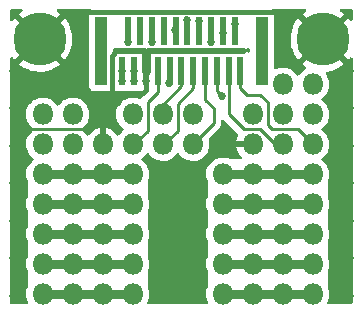
<source format=gbr>
%TF.GenerationSoftware,KiCad,Pcbnew,(6.0.0-0)*%
%TF.CreationDate,2023-03-06T17:41:45-05:00*%
%TF.ProjectId,module_dev1,6d6f6475-6c65-45f6-9465-76312e6b6963,rev?*%
%TF.SameCoordinates,Original*%
%TF.FileFunction,Copper,L2,Bot*%
%TF.FilePolarity,Positive*%
%FSLAX46Y46*%
G04 Gerber Fmt 4.6, Leading zero omitted, Abs format (unit mm)*
G04 Created by KiCad (PCBNEW (6.0.0-0)) date 2023-03-06 17:41:45*
%MOMM*%
%LPD*%
G01*
G04 APERTURE LIST*
%TA.AperFunction,ComponentPad*%
%ADD10C,4.500000*%
%TD*%
%TA.AperFunction,ComponentPad*%
%ADD11O,1.800000X1.800000*%
%TD*%
%TA.AperFunction,SMDPad,CuDef*%
%ADD12R,1.000000X5.850000*%
%TD*%
%TA.AperFunction,SMDPad,CuDef*%
%ADD13R,0.610000X2.410000*%
%TD*%
%TA.AperFunction,ViaPad*%
%ADD14C,0.685800*%
%TD*%
%TA.AperFunction,Conductor*%
%ADD15C,0.381000*%
%TD*%
%TA.AperFunction,Conductor*%
%ADD16C,0.508000*%
%TD*%
%TA.AperFunction,Conductor*%
%ADD17C,0.762000*%
%TD*%
%TA.AperFunction,Conductor*%
%ADD18C,0.254000*%
%TD*%
%TA.AperFunction,Conductor*%
%ADD19C,0.406400*%
%TD*%
%TA.AperFunction,Conductor*%
%ADD20C,0.127000*%
%TD*%
G04 APERTURE END LIST*
D10*
%TO.P,H1,1,1*%
%TO.N,GND*%
X95000000Y-64000000D03*
%TD*%
%TO.P,H2,1,1*%
%TO.N,GND*%
X119000000Y-64000000D03*
%TD*%
D11*
%TO.P,J11,1,Pin_1*%
%TO.N,Net-(J11-Pad1)*%
X110490000Y-75438000D03*
%TO.P,J11,2,Pin_2*%
X113030000Y-75438000D03*
%TO.P,J11,3,Pin_3*%
X115570000Y-75438000D03*
%TO.P,J11,4,Pin_4*%
X118110000Y-75438000D03*
%TD*%
%TO.P,J10,1,Pin_1*%
%TO.N,Net-(J10-Pad1)*%
X110490000Y-77978000D03*
%TO.P,J10,2,Pin_2*%
X113030000Y-77978000D03*
%TO.P,J10,3,Pin_3*%
X115570000Y-77978000D03*
%TO.P,J10,4,Pin_4*%
X118110000Y-77978000D03*
%TD*%
%TO.P,J9,1,Pin_1*%
%TO.N,Net-(J9-Pad1)*%
X110490000Y-80518000D03*
%TO.P,J9,2,Pin_2*%
X113030000Y-80518000D03*
%TO.P,J9,3,Pin_3*%
X115570000Y-80518000D03*
%TO.P,J9,4,Pin_4*%
X118110000Y-80518000D03*
%TD*%
%TO.P,J8,1,Pin_1*%
%TO.N,Net-(J8-Pad1)*%
X110490000Y-83058000D03*
%TO.P,J8,2,Pin_2*%
X113030000Y-83058000D03*
%TO.P,J8,3,Pin_3*%
X115570000Y-83058000D03*
%TO.P,J8,4,Pin_4*%
X118110000Y-83058000D03*
%TD*%
%TO.P,J7,1,Pin_1*%
%TO.N,Net-(J7-Pad1)*%
X110490000Y-85598000D03*
%TO.P,J7,2,Pin_2*%
X113030000Y-85598000D03*
%TO.P,J7,3,Pin_3*%
X115570000Y-85598000D03*
%TO.P,J7,4,Pin_4*%
X118110000Y-85598000D03*
%TD*%
%TO.P,J4,1,Pin_1*%
%TO.N,Net-(J4-Pad1)*%
X95250000Y-80518000D03*
%TO.P,J4,2,Pin_2*%
X97790000Y-80518000D03*
%TO.P,J4,3,Pin_3*%
X100330000Y-80518000D03*
%TO.P,J4,4,Pin_4*%
X102870000Y-80518000D03*
%TD*%
%TO.P,J3,1,Pin_1*%
%TO.N,Net-(J3-Pad1)*%
X95250000Y-83058000D03*
%TO.P,J3,2,Pin_2*%
X97790000Y-83058000D03*
%TO.P,J3,3,Pin_3*%
X100330000Y-83058000D03*
%TO.P,J3,4,Pin_4*%
X102870000Y-83058000D03*
%TD*%
%TO.P,J2,1,Pin_1*%
%TO.N,Net-(J2-Pad1)*%
X95250000Y-85598000D03*
%TO.P,J2,2,Pin_2*%
X97790000Y-85598000D03*
%TO.P,J2,3,Pin_3*%
X100330000Y-85598000D03*
%TO.P,J2,4,Pin_4*%
X102870000Y-85598000D03*
%TD*%
%TO.P,J5,1,Pin_1*%
%TO.N,Net-(J5-Pad1)*%
X95250000Y-77978000D03*
%TO.P,J5,2,Pin_2*%
X97790000Y-77978000D03*
%TO.P,J5,3,Pin_3*%
X100330000Y-77978000D03*
%TO.P,J5,4,Pin_4*%
X102870000Y-77978000D03*
%TD*%
%TO.P,J6,1,Pin_1*%
%TO.N,Net-(J6-Pad1)*%
X95250000Y-75438000D03*
%TO.P,J6,2,Pin_2*%
X97790000Y-75438000D03*
%TO.P,J6,3,Pin_3*%
X100330000Y-75438000D03*
%TO.P,J6,4,Pin_4*%
X102870000Y-75438000D03*
%TD*%
%TO.P,J24,1,Pin_1*%
%TO.N,/12V*%
X97790000Y-72898000D03*
%TD*%
%TO.P,J25,1,Pin_1*%
%TO.N,GND*%
X100330000Y-72898000D03*
%TD*%
%TO.P,J27,1,Pin_1*%
%TO.N,/A1*%
X95250000Y-70358000D03*
%TD*%
%TO.P,J28,1,Pin_1*%
%TO.N,/~{RST}*%
X102870000Y-70358000D03*
%TD*%
%TO.P,J29,1,Pin_1*%
%TO.N,/5V*%
X97790000Y-70358000D03*
%TD*%
%TO.P,J32,1,Pin_1*%
%TO.N,/EN*%
X102870000Y-72898000D03*
%TD*%
%TO.P,J13,1,Pin_1*%
%TO.N,/SDA*%
X115570000Y-72898000D03*
%TD*%
%TO.P,J14,1,Pin_1*%
%TO.N,/3V3*%
X113030000Y-70358000D03*
%TD*%
%TO.P,J15,1,Pin_1*%
%TO.N,GND*%
X113030000Y-72898000D03*
%TD*%
%TO.P,J16,1,Pin_1*%
%TO.N,/SCK*%
X105410000Y-70358000D03*
%TD*%
%TO.P,J18,1,Pin_1*%
%TO.N,/MISO*%
X105410000Y-72898000D03*
%TD*%
%TO.P,J19,1,Pin_1*%
%TO.N,/MOSI*%
X107950000Y-72898000D03*
%TD*%
%TO.P,J17,1,Pin_1*%
%TO.N,/CS*%
X107950000Y-70358000D03*
%TD*%
%TO.P,J22,1,Pin_1*%
%TO.N,/RX*%
X118110000Y-70358000D03*
%TD*%
%TO.P,J31,1,Pin_1*%
%TO.N,/Status*%
X118110000Y-67818000D03*
%TD*%
%TO.P,J26,1,Pin_1*%
%TO.N,/A0*%
X95250000Y-72898000D03*
%TD*%
%TO.P,J21,1,Pin_1*%
%TO.N,/TX*%
X115570000Y-70358000D03*
%TD*%
%TO.P,J30,1,Pin_1*%
%TO.N,/BAT*%
X115570000Y-67818000D03*
%TD*%
%TO.P,J12,1,Pin_1*%
%TO.N,/SCL*%
X118110000Y-72898000D03*
%TD*%
D12*
%TO.P,J1,*%
%TO.N,*%
X100173500Y-65000000D03*
X113826500Y-65000000D03*
D13*
%TO.P,J1,1,12V*%
%TO.N,/12V*%
X101996500Y-66720000D03*
%TO.P,J1,2,12V*%
X102996500Y-66720000D03*
%TO.P,J1,3,GND*%
%TO.N,GND*%
X103996500Y-66720000D03*
%TO.P,J1,4,EN*%
%TO.N,/EN*%
X104996500Y-66720000D03*
%TO.P,J1,5,~{RST}*%
%TO.N,/~{RST}*%
X105996500Y-66720000D03*
%TO.P,J1,6,SCK*%
%TO.N,/SCK*%
X106996500Y-66720000D03*
%TO.P,J1,7,MISO*%
%TO.N,/MISO*%
X107996500Y-66720000D03*
%TO.P,J1,8,MOSI*%
%TO.N,/MOSI*%
X108996500Y-66720000D03*
%TO.P,J1,9,CS*%
%TO.N,/CS*%
X109996500Y-66720000D03*
%TO.P,J1,10,SDA*%
%TO.N,/SDA*%
X110996500Y-66720000D03*
%TO.P,J1,11,SCL*%
%TO.N,/SCL*%
X111996500Y-66720000D03*
%TO.P,J1,12,BAT*%
%TO.N,/BAT*%
X111496500Y-63280000D03*
%TO.P,J1,13,RX*%
%TO.N,/RX*%
X110496500Y-63280000D03*
%TO.P,J1,14,TX*%
%TO.N,/TX*%
X109496500Y-63280000D03*
%TO.P,J1,15,Stat*%
%TO.N,/Status*%
X108496500Y-63280000D03*
%TO.P,J1,16,A0*%
%TO.N,/A0*%
X107496500Y-63280000D03*
%TO.P,J1,17,A1*%
%TO.N,/A1*%
X106496500Y-63280000D03*
%TO.P,J1,18,NC*%
%TO.N,N/C*%
X105496500Y-63280000D03*
%TO.P,J1,19,3V3*%
%TO.N,/3V3*%
X104496500Y-63280000D03*
%TO.P,J1,20,NC*%
%TO.N,N/C*%
X103496500Y-63320000D03*
%TO.P,J1,21,5V*%
%TO.N,/5V*%
X102496500Y-63320000D03*
%TD*%
D14*
%TO.N,GND*%
X121285000Y-76200000D03*
X121285000Y-82550000D03*
X92710000Y-76200000D03*
X100965000Y-68834000D03*
X101600000Y-69342000D03*
X92710000Y-69850000D03*
X121285000Y-73025000D03*
X104013000Y-65786000D03*
X104013000Y-67564000D03*
X121285000Y-85725000D03*
X92710000Y-73025000D03*
X121285000Y-66675000D03*
X92710000Y-66675000D03*
X121285000Y-69850000D03*
X92710000Y-85725000D03*
X121285000Y-79375000D03*
X100965000Y-69977000D03*
X92710000Y-79375000D03*
X92710000Y-82550000D03*
X104013000Y-66675000D03*
%TO.N,/12V*%
X101999500Y-66720000D03*
X101981000Y-67564000D03*
X102996500Y-66720000D03*
X102997000Y-67564000D03*
%TO.N,/3V3*%
X104521000Y-64262000D03*
%TO.N,/~{RST}*%
X105918000Y-67691000D03*
%TO.N,/CS*%
X110399600Y-68834000D03*
%TO.N,/5V*%
X102489000Y-64262000D03*
%TO.N,/TX*%
X109474000Y-64262000D03*
%TO.N,/RX*%
X110490000Y-63500000D03*
%TO.N,/Status*%
X108458000Y-62484000D03*
%TO.N,/A0*%
X107442000Y-62357000D03*
%TO.N,/A1*%
X106426000Y-63246000D03*
%TO.N,/BAT*%
X111506000Y-62738000D03*
%TD*%
D15*
%TO.N,GND*%
X116696599Y-61696599D02*
X119000000Y-64000000D01*
X101092000Y-65405000D02*
X101092000Y-68707000D01*
X103996500Y-66720000D02*
X103996500Y-68342500D01*
X101473000Y-65024000D02*
X101092000Y-65405000D01*
D16*
X104140000Y-65024000D02*
X112268000Y-65024000D01*
D17*
X104013000Y-66675000D02*
X104013000Y-65151000D01*
D15*
X97303401Y-61696599D02*
X116696599Y-61696599D01*
D16*
X103886000Y-65024000D02*
X101473000Y-65024000D01*
D15*
X95000000Y-64000000D02*
X97303401Y-61696599D01*
D18*
X93472000Y-71628000D02*
X99187000Y-71628000D01*
D15*
X101092000Y-68707000D02*
X100965000Y-68834000D01*
X103996500Y-68342500D02*
X103759000Y-68580000D01*
D16*
X104013000Y-65151000D02*
X103886000Y-65024000D01*
X104013000Y-65151000D02*
X104140000Y-65024000D01*
D19*
%TO.N,/12V*%
X101999500Y-66720000D02*
X101996500Y-66720000D01*
X102996500Y-66720000D02*
X102996500Y-66720000D01*
D15*
%TO.N,/3V3*%
X104496500Y-63280000D02*
X104496500Y-64237500D01*
D20*
X104496500Y-63280000D02*
X104496500Y-63348500D01*
X104496500Y-63348500D02*
X104521000Y-63373000D01*
D15*
X104496500Y-64237500D02*
X104521000Y-64262000D01*
D17*
%TO.N,Net-(J2-Pad1)*%
X97790000Y-85598000D02*
X95250000Y-85598000D01*
X100330000Y-85598000D02*
X97790000Y-85598000D01*
X102870000Y-85598000D02*
X100330000Y-85598000D01*
%TO.N,Net-(J3-Pad1)*%
X100330000Y-83058000D02*
X102870000Y-83058000D01*
X97790000Y-83058000D02*
X100330000Y-83058000D01*
X95250000Y-83058000D02*
X97790000Y-83058000D01*
%TO.N,Net-(J4-Pad1)*%
X100330000Y-80518000D02*
X102870000Y-80518000D01*
X97790000Y-80518000D02*
X100330000Y-80518000D01*
X95250000Y-80518000D02*
X97790000Y-80518000D01*
%TO.N,Net-(J5-Pad1)*%
X100330000Y-77978000D02*
X102870000Y-77978000D01*
X97790000Y-77978000D02*
X100330000Y-77978000D01*
X95250000Y-77978000D02*
X97790000Y-77978000D01*
%TO.N,Net-(J6-Pad1)*%
X100330000Y-75438000D02*
X102870000Y-75438000D01*
X97790000Y-75438000D02*
X100330000Y-75438000D01*
X95250000Y-75438000D02*
X97790000Y-75438000D01*
%TO.N,Net-(J7-Pad1)*%
X115570000Y-85598000D02*
X118110000Y-85598000D01*
X113030000Y-85598000D02*
X115570000Y-85598000D01*
X110490000Y-85598000D02*
X113030000Y-85598000D01*
%TO.N,Net-(J8-Pad1)*%
X113030000Y-83058000D02*
X110490000Y-83058000D01*
X115570000Y-83058000D02*
X113030000Y-83058000D01*
X118110000Y-83058000D02*
X115570000Y-83058000D01*
%TO.N,Net-(J9-Pad1)*%
X115570000Y-80518000D02*
X118110000Y-80518000D01*
X113030000Y-80518000D02*
X115570000Y-80518000D01*
X110490000Y-80518000D02*
X113030000Y-80518000D01*
%TO.N,Net-(J10-Pad1)*%
X113030000Y-77978000D02*
X110490000Y-77978000D01*
X115570000Y-77978000D02*
X113030000Y-77978000D01*
X118110000Y-77978000D02*
X115570000Y-77978000D01*
%TO.N,Net-(J11-Pad1)*%
X115570000Y-75438000D02*
X118110000Y-75438000D01*
X113030000Y-75438000D02*
X115570000Y-75438000D01*
X110490000Y-75438000D02*
X113030000Y-75438000D01*
D18*
%TO.N,/~{RST}*%
X105996500Y-67612500D02*
X105918000Y-67691000D01*
X105996500Y-66720000D02*
X105996500Y-67612500D01*
%TO.N,/SCK*%
X105410000Y-69596000D02*
X105410000Y-70358000D01*
X106996500Y-68009500D02*
X105410000Y-69596000D01*
X106996500Y-66720000D02*
X106996500Y-68009500D01*
%TO.N,/MISO*%
X106680000Y-71755000D02*
X105537000Y-72898000D01*
X106680000Y-69469000D02*
X106680000Y-71755000D01*
X107996500Y-66720000D02*
X107996500Y-68152500D01*
X105537000Y-72898000D02*
X105410000Y-72898000D01*
X107996500Y-68152500D02*
X106680000Y-69469000D01*
%TO.N,/MOSI*%
X109728000Y-71120000D02*
X107950000Y-72898000D01*
X108996500Y-69118500D02*
X109728000Y-69850000D01*
X108996500Y-66720000D02*
X108996500Y-67787500D01*
X108996500Y-66720000D02*
X108996500Y-69118500D01*
X108996500Y-67787500D02*
X108966000Y-67818000D01*
X109728000Y-69850000D02*
X109728000Y-71120000D01*
%TO.N,/CS*%
X109996500Y-68311500D02*
X109996500Y-68430900D01*
X109996500Y-68430900D02*
X110399600Y-68834000D01*
X109996500Y-66720000D02*
X109996500Y-68311500D01*
%TO.N,/SDA*%
X114935000Y-72898000D02*
X115570000Y-72898000D01*
X112268000Y-71628000D02*
X110996500Y-70356500D01*
X110996500Y-70356500D02*
X110996500Y-66720000D01*
X113665000Y-71628000D02*
X114935000Y-72898000D01*
X113665000Y-71628000D02*
X112268000Y-71628000D01*
%TO.N,/SCL*%
X114681000Y-71628000D02*
X116840000Y-71628000D01*
X116840000Y-71628000D02*
X118110000Y-72898000D01*
X111996500Y-68179000D02*
X112524500Y-68707000D01*
X111996500Y-66720000D02*
X111996500Y-68179000D01*
X112524500Y-68707000D02*
X113665000Y-68707000D01*
X114300000Y-69342000D02*
X114300000Y-71247000D01*
X114300000Y-71247000D02*
X114681000Y-71628000D01*
X113665000Y-68707000D02*
X114300000Y-69342000D01*
D15*
%TO.N,/5V*%
X102496500Y-63320000D02*
X102496500Y-64254500D01*
X102496500Y-64254500D02*
X102489000Y-64262000D01*
D18*
%TO.N,/TX*%
X109496500Y-63280000D02*
X109496500Y-64239500D01*
X109496500Y-64239500D02*
X109474000Y-64262000D01*
%TO.N,/RX*%
X110496500Y-63493500D02*
X110490000Y-63500000D01*
X110496500Y-63280000D02*
X110496500Y-63493500D01*
%TO.N,/EN*%
X104140000Y-69342000D02*
X104140000Y-71755000D01*
X104996500Y-68485500D02*
X104140000Y-69342000D01*
X102997000Y-72898000D02*
X102870000Y-72898000D01*
X104140000Y-71755000D02*
X102997000Y-72898000D01*
X104996500Y-66720000D02*
X104996500Y-68485500D01*
%TO.N,/Status*%
X108496500Y-63280000D02*
X108496500Y-62522500D01*
X108496500Y-62522500D02*
X108458000Y-62484000D01*
%TO.N,/A0*%
X107496500Y-62411500D02*
X107442000Y-62357000D01*
X107496500Y-63280000D02*
X107496500Y-62411500D01*
%TO.N,/A1*%
X106496500Y-63280000D02*
X106460000Y-63280000D01*
X106460000Y-63280000D02*
X106426000Y-63246000D01*
%TO.N,/BAT*%
X111496500Y-63280000D02*
X111496500Y-62747500D01*
X111496500Y-62747500D02*
X111506000Y-62738000D01*
%TD*%
%TA.AperFunction,Conductor*%
%TO.N,GND*%
G36*
X93508556Y-61466002D02*
G01*
X93555049Y-61519658D01*
X93565153Y-61589932D01*
X93535659Y-61654512D01*
X93504858Y-61680285D01*
X93450196Y-61712805D01*
X93443945Y-61717053D01*
X93250733Y-61866115D01*
X93242267Y-61877773D01*
X93248871Y-61889661D01*
X94987188Y-63627978D01*
X95001132Y-63635592D01*
X95002965Y-63635461D01*
X95009580Y-63631210D01*
X96750162Y-61890628D01*
X96757174Y-61877787D01*
X96749379Y-61867098D01*
X96579886Y-61733481D01*
X96573663Y-61729156D01*
X96492326Y-61679605D01*
X96444557Y-61627082D01*
X96432767Y-61557071D01*
X96460699Y-61491800D01*
X96519485Y-61451992D01*
X96557879Y-61446000D01*
X99286595Y-61446000D01*
X99354716Y-61466002D01*
X99401209Y-61519658D01*
X99411313Y-61589932D01*
X99381819Y-61654512D01*
X99362163Y-61672824D01*
X99310239Y-61711739D01*
X99222885Y-61828295D01*
X99171755Y-61964684D01*
X99165000Y-62026866D01*
X99165000Y-67973134D01*
X99171755Y-68035316D01*
X99222885Y-68171705D01*
X99310239Y-68288261D01*
X99426795Y-68375615D01*
X99563184Y-68426745D01*
X99625366Y-68433500D01*
X100721634Y-68433500D01*
X100783816Y-68426745D01*
X100920205Y-68375615D01*
X101036761Y-68288261D01*
X101081674Y-68228334D01*
X101138533Y-68185819D01*
X101209352Y-68180793D01*
X101271645Y-68214853D01*
X101283326Y-68228334D01*
X101328239Y-68288261D01*
X101444795Y-68375615D01*
X101581184Y-68426745D01*
X101643366Y-68433500D01*
X102349634Y-68433500D01*
X102411816Y-68426745D01*
X102452271Y-68411579D01*
X102523076Y-68406396D01*
X102540723Y-68411577D01*
X102581184Y-68426745D01*
X102643366Y-68433500D01*
X103349634Y-68433500D01*
X103411816Y-68426745D01*
X103419217Y-68423970D01*
X103419219Y-68423970D01*
X103452981Y-68411313D01*
X103523788Y-68406129D01*
X103541443Y-68411313D01*
X103573890Y-68423477D01*
X103589149Y-68427105D01*
X103640014Y-68432631D01*
X103646828Y-68433000D01*
X103846077Y-68433000D01*
X103914198Y-68453002D01*
X103960691Y-68506658D01*
X103970795Y-68576932D01*
X103941301Y-68641512D01*
X103935172Y-68648095D01*
X103746517Y-68836750D01*
X103738191Y-68844326D01*
X103731697Y-68848447D01*
X103726274Y-68854222D01*
X103684915Y-68898265D01*
X103682160Y-68901107D01*
X103662361Y-68920906D01*
X103659937Y-68924031D01*
X103659929Y-68924040D01*
X103659863Y-68924126D01*
X103652155Y-68933151D01*
X103621783Y-68965494D01*
X103617965Y-68972438D01*
X103617964Y-68972440D01*
X103611978Y-68983329D01*
X103601127Y-68999847D01*
X103588650Y-69015933D01*
X103588649Y-69015935D01*
X103588140Y-69015540D01*
X103540486Y-69060039D01*
X103470636Y-69072747D01*
X103441861Y-69066222D01*
X103235903Y-68993288D01*
X103235899Y-68993287D01*
X103231028Y-68991562D01*
X103225935Y-68990655D01*
X103225932Y-68990654D01*
X103008095Y-68951851D01*
X103008089Y-68951850D01*
X103003006Y-68950945D01*
X102930096Y-68950054D01*
X102776581Y-68948179D01*
X102776579Y-68948179D01*
X102771411Y-68948116D01*
X102542464Y-68983150D01*
X102322314Y-69055106D01*
X102317726Y-69057494D01*
X102317722Y-69057496D01*
X102196245Y-69120733D01*
X102116872Y-69162052D01*
X102112739Y-69165155D01*
X102112736Y-69165157D01*
X101961947Y-69278373D01*
X101931655Y-69301117D01*
X101771639Y-69468564D01*
X101768730Y-69472829D01*
X101768724Y-69472837D01*
X101750192Y-69500004D01*
X101641119Y-69659899D01*
X101543602Y-69869981D01*
X101481707Y-70093169D01*
X101457095Y-70323469D01*
X101457392Y-70328622D01*
X101457392Y-70328625D01*
X101463067Y-70427041D01*
X101470427Y-70554697D01*
X101471564Y-70559743D01*
X101471565Y-70559749D01*
X101495305Y-70665088D01*
X101521346Y-70780642D01*
X101523288Y-70785424D01*
X101523289Y-70785428D01*
X101580541Y-70926422D01*
X101608484Y-70995237D01*
X101729501Y-71192719D01*
X101881147Y-71367784D01*
X102059349Y-71515730D01*
X102063819Y-71518342D01*
X102067511Y-71520500D01*
X102116232Y-71572140D01*
X102129301Y-71641924D01*
X102102566Y-71707694D01*
X102079589Y-71730045D01*
X101931655Y-71841117D01*
X101771639Y-72008564D01*
X101768730Y-72012829D01*
X101768724Y-72012837D01*
X101704002Y-72107716D01*
X101649091Y-72152719D01*
X101578566Y-72160890D01*
X101514819Y-72129636D01*
X101494122Y-72105152D01*
X101452177Y-72040315D01*
X101445885Y-72032144D01*
X101297023Y-71868547D01*
X101289490Y-71861521D01*
X101115901Y-71724429D01*
X101107323Y-71718730D01*
X100913678Y-71611833D01*
X100904272Y-71607606D01*
X100695772Y-71533772D01*
X100685809Y-71531140D01*
X100601836Y-71516182D01*
X100588541Y-71517641D01*
X100584000Y-71532199D01*
X100584000Y-73026000D01*
X100563998Y-73094121D01*
X100510342Y-73140614D01*
X100458000Y-73152000D01*
X100202000Y-73152000D01*
X100133879Y-73131998D01*
X100087386Y-73078342D01*
X100076000Y-73026000D01*
X100076000Y-71530517D01*
X100072082Y-71517173D01*
X100057806Y-71515186D01*
X100007694Y-71522855D01*
X99997666Y-71525244D01*
X99787426Y-71593961D01*
X99777916Y-71597958D01*
X99581728Y-71700087D01*
X99573003Y-71705581D01*
X99396123Y-71838386D01*
X99388416Y-71845229D01*
X99235600Y-72005143D01*
X99229113Y-72013153D01*
X99164602Y-72107723D01*
X99109691Y-72152726D01*
X99039166Y-72160897D01*
X98975419Y-72129643D01*
X98954722Y-72105159D01*
X98912575Y-72040009D01*
X98912570Y-72040003D01*
X98909764Y-72035665D01*
X98904850Y-72030264D01*
X98860134Y-71981122D01*
X98753887Y-71864358D01*
X98749836Y-71861159D01*
X98749832Y-71861155D01*
X98577077Y-71724722D01*
X98536014Y-71666805D01*
X98532782Y-71595882D01*
X98568407Y-71534470D01*
X98582001Y-71523261D01*
X98702243Y-71437494D01*
X98866303Y-71274005D01*
X99001458Y-71085917D01*
X99048641Y-70990450D01*
X99101784Y-70882922D01*
X99101785Y-70882920D01*
X99104078Y-70878280D01*
X99171408Y-70656671D01*
X99201640Y-70427041D01*
X99203327Y-70358000D01*
X99197032Y-70281434D01*
X99184773Y-70132318D01*
X99184772Y-70132312D01*
X99184349Y-70127167D01*
X99127925Y-69902533D01*
X99125866Y-69897797D01*
X99037630Y-69694868D01*
X99037628Y-69694865D01*
X99035570Y-69690131D01*
X98909764Y-69495665D01*
X98753887Y-69324358D01*
X98749836Y-69321159D01*
X98749832Y-69321155D01*
X98576177Y-69184011D01*
X98576172Y-69184008D01*
X98572123Y-69180810D01*
X98567607Y-69178317D01*
X98567604Y-69178315D01*
X98373879Y-69071373D01*
X98373875Y-69071371D01*
X98369355Y-69068876D01*
X98364486Y-69067152D01*
X98364482Y-69067150D01*
X98155903Y-68993288D01*
X98155899Y-68993287D01*
X98151028Y-68991562D01*
X98145935Y-68990655D01*
X98145932Y-68990654D01*
X97928095Y-68951851D01*
X97928089Y-68951850D01*
X97923006Y-68950945D01*
X97850096Y-68950054D01*
X97696581Y-68948179D01*
X97696579Y-68948179D01*
X97691411Y-68948116D01*
X97462464Y-68983150D01*
X97242314Y-69055106D01*
X97237726Y-69057494D01*
X97237722Y-69057496D01*
X97116245Y-69120733D01*
X97036872Y-69162052D01*
X97032739Y-69165155D01*
X97032736Y-69165157D01*
X96881947Y-69278373D01*
X96851655Y-69301117D01*
X96691639Y-69468564D01*
X96624306Y-69567271D01*
X96569397Y-69612271D01*
X96498872Y-69620442D01*
X96435125Y-69589188D01*
X96414428Y-69564705D01*
X96372571Y-69500004D01*
X96369764Y-69495665D01*
X96213887Y-69324358D01*
X96209836Y-69321159D01*
X96209832Y-69321155D01*
X96036177Y-69184011D01*
X96036172Y-69184008D01*
X96032123Y-69180810D01*
X96027607Y-69178317D01*
X96027604Y-69178315D01*
X95833879Y-69071373D01*
X95833875Y-69071371D01*
X95829355Y-69068876D01*
X95824486Y-69067152D01*
X95824482Y-69067150D01*
X95615903Y-68993288D01*
X95615899Y-68993287D01*
X95611028Y-68991562D01*
X95605935Y-68990655D01*
X95605932Y-68990654D01*
X95388095Y-68951851D01*
X95388089Y-68951850D01*
X95383006Y-68950945D01*
X95310096Y-68950054D01*
X95156581Y-68948179D01*
X95156579Y-68948179D01*
X95151411Y-68948116D01*
X94922464Y-68983150D01*
X94702314Y-69055106D01*
X94697726Y-69057494D01*
X94697722Y-69057496D01*
X94576245Y-69120733D01*
X94496872Y-69162052D01*
X94492739Y-69165155D01*
X94492736Y-69165157D01*
X94341947Y-69278373D01*
X94311655Y-69301117D01*
X94151639Y-69468564D01*
X94148730Y-69472829D01*
X94148724Y-69472837D01*
X94130192Y-69500004D01*
X94021119Y-69659899D01*
X93923602Y-69869981D01*
X93861707Y-70093169D01*
X93837095Y-70323469D01*
X93837392Y-70328622D01*
X93837392Y-70328625D01*
X93843067Y-70427041D01*
X93850427Y-70554697D01*
X93851564Y-70559743D01*
X93851565Y-70559749D01*
X93875305Y-70665088D01*
X93901346Y-70780642D01*
X93903288Y-70785424D01*
X93903289Y-70785428D01*
X93960541Y-70926422D01*
X93988484Y-70995237D01*
X94109501Y-71192719D01*
X94261147Y-71367784D01*
X94439349Y-71515730D01*
X94443819Y-71518342D01*
X94447511Y-71520500D01*
X94496232Y-71572140D01*
X94509301Y-71641924D01*
X94482566Y-71707694D01*
X94459589Y-71730045D01*
X94311655Y-71841117D01*
X94151639Y-72008564D01*
X94148730Y-72012829D01*
X94148724Y-72012837D01*
X94135554Y-72032144D01*
X94021119Y-72199899D01*
X93923602Y-72409981D01*
X93861707Y-72633169D01*
X93837095Y-72863469D01*
X93837392Y-72868622D01*
X93837392Y-72868625D01*
X93843067Y-72967041D01*
X93850427Y-73094697D01*
X93851564Y-73099743D01*
X93851565Y-73099749D01*
X93883741Y-73242523D01*
X93901346Y-73320642D01*
X93903288Y-73325424D01*
X93903289Y-73325428D01*
X93978467Y-73510568D01*
X93988484Y-73535237D01*
X94109501Y-73732719D01*
X94261147Y-73907784D01*
X94439349Y-74055730D01*
X94443816Y-74058340D01*
X94443819Y-74058342D01*
X94447511Y-74060500D01*
X94496232Y-74112140D01*
X94509301Y-74181924D01*
X94482566Y-74247694D01*
X94459589Y-74270045D01*
X94311655Y-74381117D01*
X94151639Y-74548564D01*
X94148725Y-74552836D01*
X94148724Y-74552837D01*
X94133152Y-74575665D01*
X94021119Y-74739899D01*
X93923602Y-74949981D01*
X93861707Y-75173169D01*
X93837095Y-75403469D01*
X93837392Y-75408622D01*
X93837392Y-75408625D01*
X93843067Y-75507041D01*
X93850427Y-75634697D01*
X93851564Y-75639743D01*
X93851565Y-75639749D01*
X93883741Y-75782523D01*
X93901346Y-75860642D01*
X93903288Y-75865424D01*
X93903289Y-75865428D01*
X93970743Y-76031546D01*
X93980000Y-76078950D01*
X93980000Y-77340662D01*
X93968288Y-77393712D01*
X93925776Y-77485296D01*
X93925773Y-77485303D01*
X93923602Y-77489981D01*
X93861707Y-77713169D01*
X93837095Y-77943469D01*
X93837392Y-77948622D01*
X93837392Y-77948625D01*
X93843067Y-78047041D01*
X93850427Y-78174697D01*
X93851564Y-78179743D01*
X93851565Y-78179749D01*
X93883741Y-78322523D01*
X93901346Y-78400642D01*
X93903288Y-78405424D01*
X93903289Y-78405428D01*
X93970743Y-78571546D01*
X93980000Y-78618950D01*
X93980000Y-79880662D01*
X93968288Y-79933712D01*
X93925776Y-80025296D01*
X93925773Y-80025303D01*
X93923602Y-80029981D01*
X93861707Y-80253169D01*
X93837095Y-80483469D01*
X93837392Y-80488622D01*
X93837392Y-80488625D01*
X93843067Y-80587041D01*
X93850427Y-80714697D01*
X93851564Y-80719743D01*
X93851565Y-80719749D01*
X93883741Y-80862523D01*
X93901346Y-80940642D01*
X93903288Y-80945424D01*
X93903289Y-80945428D01*
X93970743Y-81111546D01*
X93980000Y-81158950D01*
X93980000Y-82420662D01*
X93968288Y-82473712D01*
X93925776Y-82565296D01*
X93925773Y-82565303D01*
X93923602Y-82569981D01*
X93861707Y-82793169D01*
X93837095Y-83023469D01*
X93837392Y-83028622D01*
X93837392Y-83028625D01*
X93843067Y-83127041D01*
X93850427Y-83254697D01*
X93851564Y-83259743D01*
X93851565Y-83259749D01*
X93883741Y-83402523D01*
X93901346Y-83480642D01*
X93903288Y-83485424D01*
X93903289Y-83485428D01*
X93970743Y-83651546D01*
X93980000Y-83698950D01*
X93980000Y-84960662D01*
X93968288Y-85013712D01*
X93925776Y-85105296D01*
X93925773Y-85105303D01*
X93923602Y-85109981D01*
X93861707Y-85333169D01*
X93837095Y-85563469D01*
X93837392Y-85568622D01*
X93837392Y-85568625D01*
X93843067Y-85667041D01*
X93850427Y-85794697D01*
X93851564Y-85799743D01*
X93851565Y-85799749D01*
X93883741Y-85942523D01*
X93901346Y-86020642D01*
X93903288Y-86025424D01*
X93903289Y-86025428D01*
X93986540Y-86230450D01*
X93988484Y-86235237D01*
X93991183Y-86239641D01*
X93993517Y-86244262D01*
X93992120Y-86244968D01*
X94008816Y-86306707D01*
X93987355Y-86374383D01*
X93932712Y-86419712D01*
X93882845Y-86430000D01*
X92629000Y-86430000D01*
X92560879Y-86409998D01*
X92514386Y-86356342D01*
X92503000Y-86304000D01*
X92503000Y-66121982D01*
X93243142Y-66121982D01*
X93250668Y-66132415D01*
X93396463Y-66249848D01*
X93402648Y-66254244D01*
X93678363Y-66426195D01*
X93685034Y-66429817D01*
X93979414Y-66567402D01*
X93986468Y-66570195D01*
X94295257Y-66671420D01*
X94302570Y-66673339D01*
X94621298Y-66736738D01*
X94628789Y-66737764D01*
X94952823Y-66762413D01*
X94960386Y-66762531D01*
X95285021Y-66748074D01*
X95292562Y-66747282D01*
X95613115Y-66693926D01*
X95620479Y-66692240D01*
X95932315Y-66600757D01*
X95939424Y-66598198D01*
X96238003Y-66469919D01*
X96244770Y-66466515D01*
X96525764Y-66303301D01*
X96532071Y-66299111D01*
X96750005Y-66134588D01*
X96758461Y-66123197D01*
X96751743Y-66110953D01*
X95012812Y-64372022D01*
X94998868Y-64364408D01*
X94997035Y-64364539D01*
X94990420Y-64368790D01*
X93250257Y-66108953D01*
X93243142Y-66121982D01*
X92503000Y-66121982D01*
X92503000Y-65647024D01*
X92523002Y-65578903D01*
X92576658Y-65532410D01*
X92646932Y-65522306D01*
X92711512Y-65551800D01*
X92729163Y-65570582D01*
X92865792Y-65749608D01*
X92877316Y-65758069D01*
X92889382Y-65751408D01*
X94627978Y-64012812D01*
X94634356Y-64001132D01*
X95364408Y-64001132D01*
X95364539Y-64002965D01*
X95368790Y-64009580D01*
X97108825Y-65749615D01*
X97121948Y-65756781D01*
X97132250Y-65749391D01*
X97241429Y-65615285D01*
X97245842Y-65609144D01*
X97419248Y-65334312D01*
X97422895Y-65327677D01*
X97562025Y-65034011D01*
X97564850Y-65026984D01*
X97667696Y-64718715D01*
X97669650Y-64711424D01*
X97734716Y-64393033D01*
X97735784Y-64385529D01*
X97762253Y-64060100D01*
X97762458Y-64055625D01*
X97763018Y-64002221D01*
X97762908Y-63997789D01*
X97743257Y-63671835D01*
X97742349Y-63664333D01*
X97683967Y-63344663D01*
X97682154Y-63337284D01*
X97585797Y-63026966D01*
X97583116Y-63019869D01*
X97450172Y-62723363D01*
X97446655Y-62716636D01*
X97279054Y-62438252D01*
X97274757Y-62431999D01*
X97133617Y-62251022D01*
X97121823Y-62242551D01*
X97110113Y-62249097D01*
X95372022Y-63987188D01*
X95364408Y-64001132D01*
X94634356Y-64001132D01*
X94635592Y-63998868D01*
X94635461Y-63997035D01*
X94631210Y-63990420D01*
X92890864Y-62250074D01*
X92877929Y-62243011D01*
X92867367Y-62250671D01*
X92741785Y-62408268D01*
X92737427Y-62414469D01*
X92736261Y-62416360D01*
X92735816Y-62416760D01*
X92735245Y-62417573D01*
X92735059Y-62417442D01*
X92683489Y-62463855D01*
X92613418Y-62475279D01*
X92548294Y-62447006D01*
X92508793Y-62388012D01*
X92503000Y-62350246D01*
X92503000Y-61572000D01*
X92523002Y-61503879D01*
X92576658Y-61457386D01*
X92629000Y-61446000D01*
X93440435Y-61446000D01*
X93508556Y-61466002D01*
G37*
%TD.AperFunction*%
%TA.AperFunction,Conductor*%
G36*
X117508556Y-61466002D02*
G01*
X117555049Y-61519658D01*
X117565153Y-61589932D01*
X117535659Y-61654512D01*
X117504858Y-61680285D01*
X117450196Y-61712805D01*
X117443945Y-61717053D01*
X117250733Y-61866115D01*
X117242267Y-61877773D01*
X117248871Y-61889661D01*
X118987188Y-63627978D01*
X119001132Y-63635592D01*
X119002965Y-63635461D01*
X119009580Y-63631210D01*
X120750162Y-61890628D01*
X120757174Y-61877787D01*
X120749379Y-61867098D01*
X120579886Y-61733481D01*
X120573663Y-61729156D01*
X120492326Y-61679605D01*
X120444557Y-61627082D01*
X120432767Y-61557071D01*
X120460699Y-61491800D01*
X120519485Y-61451992D01*
X120557879Y-61446000D01*
X121361000Y-61446000D01*
X121429121Y-61466002D01*
X121475614Y-61519658D01*
X121487000Y-61572000D01*
X121487000Y-62337698D01*
X121466998Y-62405819D01*
X121413342Y-62452312D01*
X121343068Y-62462416D01*
X121278488Y-62432922D01*
X121261643Y-62415184D01*
X121133617Y-62251022D01*
X121121823Y-62242551D01*
X121110113Y-62249097D01*
X119372022Y-63987188D01*
X119364408Y-64001132D01*
X119364539Y-64002965D01*
X119368790Y-64009580D01*
X121108825Y-65749615D01*
X121121948Y-65756781D01*
X121132250Y-65749391D01*
X121241429Y-65615285D01*
X121245838Y-65609149D01*
X121254437Y-65595520D01*
X121307703Y-65548581D01*
X121377891Y-65537891D01*
X121442715Y-65566844D01*
X121481596Y-65626248D01*
X121487000Y-65662754D01*
X121487000Y-86304000D01*
X121466998Y-86372121D01*
X121413342Y-86418614D01*
X121361000Y-86430000D01*
X119472838Y-86430000D01*
X119404717Y-86409998D01*
X119358224Y-86356342D01*
X119348120Y-86286068D01*
X119359881Y-86248173D01*
X119366275Y-86235237D01*
X119424078Y-86118280D01*
X119491408Y-85896671D01*
X119521640Y-85667041D01*
X119523327Y-85598000D01*
X119517032Y-85521434D01*
X119504773Y-85372318D01*
X119504772Y-85372312D01*
X119504349Y-85367167D01*
X119447925Y-85142533D01*
X119435934Y-85114954D01*
X119390450Y-85010349D01*
X119380000Y-84960107D01*
X119380000Y-83696903D01*
X119393043Y-83641076D01*
X119421785Y-83582921D01*
X119421788Y-83582914D01*
X119424078Y-83578280D01*
X119491408Y-83356671D01*
X119521640Y-83127041D01*
X119523327Y-83058000D01*
X119517032Y-82981434D01*
X119504773Y-82832318D01*
X119504772Y-82832312D01*
X119504349Y-82827167D01*
X119447925Y-82602533D01*
X119435934Y-82574954D01*
X119390450Y-82470349D01*
X119380000Y-82420107D01*
X119380000Y-81156903D01*
X119393043Y-81101076D01*
X119421785Y-81042921D01*
X119421788Y-81042914D01*
X119424078Y-81038280D01*
X119491408Y-80816671D01*
X119521640Y-80587041D01*
X119523327Y-80518000D01*
X119517032Y-80441434D01*
X119504773Y-80292318D01*
X119504772Y-80292312D01*
X119504349Y-80287167D01*
X119447925Y-80062533D01*
X119435934Y-80034954D01*
X119390450Y-79930349D01*
X119380000Y-79880107D01*
X119380000Y-78616903D01*
X119393043Y-78561076D01*
X119421785Y-78502921D01*
X119421788Y-78502914D01*
X119424078Y-78498280D01*
X119491408Y-78276671D01*
X119521640Y-78047041D01*
X119523327Y-77978000D01*
X119517032Y-77901434D01*
X119504773Y-77752318D01*
X119504772Y-77752312D01*
X119504349Y-77747167D01*
X119447925Y-77522533D01*
X119435934Y-77494954D01*
X119390450Y-77390349D01*
X119380000Y-77340107D01*
X119380000Y-76076903D01*
X119393043Y-76021076D01*
X119421785Y-75962921D01*
X119421788Y-75962914D01*
X119424078Y-75958280D01*
X119491408Y-75736671D01*
X119521640Y-75507041D01*
X119523327Y-75438000D01*
X119517032Y-75361434D01*
X119504773Y-75212318D01*
X119504772Y-75212312D01*
X119504349Y-75207167D01*
X119447925Y-74982533D01*
X119445866Y-74977797D01*
X119357630Y-74774868D01*
X119357628Y-74774865D01*
X119355570Y-74770131D01*
X119229764Y-74575665D01*
X119073887Y-74404358D01*
X119069836Y-74401159D01*
X119069832Y-74401155D01*
X118897077Y-74264722D01*
X118856014Y-74206805D01*
X118852782Y-74135882D01*
X118888407Y-74074470D01*
X118902001Y-74063261D01*
X118905872Y-74060500D01*
X119022243Y-73977494D01*
X119186303Y-73814005D01*
X119321458Y-73625917D01*
X119368641Y-73530450D01*
X119421784Y-73422922D01*
X119421785Y-73422920D01*
X119424078Y-73418280D01*
X119491408Y-73196671D01*
X119521640Y-72967041D01*
X119523327Y-72898000D01*
X119517032Y-72821434D01*
X119504773Y-72672318D01*
X119504772Y-72672312D01*
X119504349Y-72667167D01*
X119447925Y-72442533D01*
X119436017Y-72415146D01*
X119357630Y-72234868D01*
X119357628Y-72234865D01*
X119355570Y-72230131D01*
X119229764Y-72035665D01*
X119224850Y-72030264D01*
X119180134Y-71981122D01*
X119073887Y-71864358D01*
X119069836Y-71861159D01*
X119069832Y-71861155D01*
X118897077Y-71724722D01*
X118856014Y-71666805D01*
X118852782Y-71595882D01*
X118888407Y-71534470D01*
X118902001Y-71523261D01*
X119022243Y-71437494D01*
X119186303Y-71274005D01*
X119321458Y-71085917D01*
X119368641Y-70990450D01*
X119421784Y-70882922D01*
X119421785Y-70882920D01*
X119424078Y-70878280D01*
X119491408Y-70656671D01*
X119521640Y-70427041D01*
X119523327Y-70358000D01*
X119517032Y-70281434D01*
X119504773Y-70132318D01*
X119504772Y-70132312D01*
X119504349Y-70127167D01*
X119447925Y-69902533D01*
X119445866Y-69897797D01*
X119357630Y-69694868D01*
X119357628Y-69694865D01*
X119355570Y-69690131D01*
X119229764Y-69495665D01*
X119073887Y-69324358D01*
X119069836Y-69321159D01*
X119069832Y-69321155D01*
X118897077Y-69184722D01*
X118856014Y-69126805D01*
X118852782Y-69055882D01*
X118888407Y-68994470D01*
X118902001Y-68983261D01*
X118905872Y-68980500D01*
X119022243Y-68897494D01*
X119186303Y-68734005D01*
X119321458Y-68545917D01*
X119396047Y-68394998D01*
X119421784Y-68342922D01*
X119421785Y-68342920D01*
X119424078Y-68338280D01*
X119491408Y-68116671D01*
X119521640Y-67887041D01*
X119523327Y-67818000D01*
X119517032Y-67741434D01*
X119504773Y-67592318D01*
X119504772Y-67592312D01*
X119504349Y-67587167D01*
X119447925Y-67362533D01*
X119445866Y-67357797D01*
X119357630Y-67154868D01*
X119357628Y-67154865D01*
X119355570Y-67150131D01*
X119229764Y-66955665D01*
X119226282Y-66951838D01*
X119223129Y-66947744D01*
X119224899Y-66946381D01*
X119197983Y-66890964D01*
X119206414Y-66820470D01*
X119251620Y-66765725D01*
X119301551Y-66745785D01*
X119613115Y-66693926D01*
X119620479Y-66692240D01*
X119932315Y-66600757D01*
X119939424Y-66598198D01*
X120238003Y-66469919D01*
X120244770Y-66466515D01*
X120525764Y-66303301D01*
X120532071Y-66299111D01*
X120750005Y-66134588D01*
X120758461Y-66123197D01*
X120751743Y-66110953D01*
X119012812Y-64372022D01*
X118998868Y-64364408D01*
X118997035Y-64364539D01*
X118990420Y-64368790D01*
X117250257Y-66108953D01*
X117243142Y-66121982D01*
X117250668Y-66132415D01*
X117396463Y-66249848D01*
X117402640Y-66254239D01*
X117516024Y-66324951D01*
X117563240Y-66377971D01*
X117574296Y-66448101D01*
X117545682Y-66513076D01*
X117507527Y-66543626D01*
X117402695Y-66598198D01*
X117356872Y-66622052D01*
X117352739Y-66625155D01*
X117352736Y-66625157D01*
X117175790Y-66758012D01*
X117171655Y-66761117D01*
X117011639Y-66928564D01*
X116944306Y-67027271D01*
X116889397Y-67072271D01*
X116818872Y-67080442D01*
X116755125Y-67049188D01*
X116734428Y-67024705D01*
X116692571Y-66960004D01*
X116689764Y-66955665D01*
X116682557Y-66947744D01*
X116566746Y-66820470D01*
X116533887Y-66784358D01*
X116529836Y-66781159D01*
X116529832Y-66781155D01*
X116356177Y-66644011D01*
X116356172Y-66644008D01*
X116352123Y-66640810D01*
X116347607Y-66638317D01*
X116347604Y-66638315D01*
X116153879Y-66531373D01*
X116153875Y-66531371D01*
X116149355Y-66528876D01*
X116144486Y-66527152D01*
X116144482Y-66527150D01*
X115935903Y-66453288D01*
X115935899Y-66453287D01*
X115931028Y-66451562D01*
X115925935Y-66450655D01*
X115925932Y-66450654D01*
X115708095Y-66411851D01*
X115708089Y-66411850D01*
X115703006Y-66410945D01*
X115630096Y-66410054D01*
X115476581Y-66408179D01*
X115476579Y-66408179D01*
X115471411Y-66408116D01*
X115242464Y-66443150D01*
X115022314Y-66515106D01*
X115017721Y-66517497D01*
X115012963Y-66519497D01*
X115012368Y-66518082D01*
X114949506Y-66530449D01*
X114883494Y-66504316D01*
X114842090Y-66446643D01*
X114835000Y-66404974D01*
X114835000Y-63974858D01*
X116237299Y-63974858D01*
X116253456Y-64299410D01*
X116254287Y-64306939D01*
X116309318Y-64627198D01*
X116311051Y-64634585D01*
X116404156Y-64945909D01*
X116406759Y-64953022D01*
X116536595Y-65250913D01*
X116540037Y-65257669D01*
X116704720Y-65537803D01*
X116708943Y-65544088D01*
X116865792Y-65749608D01*
X116877316Y-65758069D01*
X116889382Y-65751408D01*
X118627978Y-64012812D01*
X118635592Y-63998868D01*
X118635461Y-63997035D01*
X118631210Y-63990420D01*
X116890864Y-62250074D01*
X116877929Y-62243011D01*
X116867367Y-62250671D01*
X116741785Y-62408268D01*
X116737428Y-62414467D01*
X116566913Y-62691094D01*
X116563333Y-62697770D01*
X116427287Y-62992878D01*
X116424537Y-62999929D01*
X116324927Y-63309251D01*
X116323044Y-63316584D01*
X116261316Y-63635632D01*
X116260329Y-63643132D01*
X116237378Y-63967277D01*
X116237299Y-63974858D01*
X114835000Y-63974858D01*
X114835000Y-62026866D01*
X114828245Y-61964684D01*
X114777115Y-61828295D01*
X114689761Y-61711739D01*
X114637838Y-61672825D01*
X114595325Y-61615966D01*
X114590300Y-61545148D01*
X114624359Y-61482855D01*
X114686691Y-61448865D01*
X114713405Y-61446000D01*
X117440435Y-61446000D01*
X117508556Y-61466002D01*
G37*
%TD.AperFunction*%
%TA.AperFunction,Conductor*%
G36*
X110572012Y-70831198D02*
G01*
X110578595Y-70837327D01*
X111762750Y-72021483D01*
X111770326Y-72029809D01*
X111774447Y-72036303D01*
X111780222Y-72041726D01*
X111780226Y-72041731D01*
X111780866Y-72042332D01*
X111781216Y-72042927D01*
X111785279Y-72047839D01*
X111784486Y-72048495D01*
X111816827Y-72103547D01*
X111813985Y-72174486D01*
X111804162Y-72196415D01*
X111799378Y-72204836D01*
X111706252Y-72405459D01*
X111702689Y-72415146D01*
X111643581Y-72628279D01*
X111643484Y-72628788D01*
X111645625Y-72640609D01*
X111658001Y-72644000D01*
X113158000Y-72644000D01*
X113226121Y-72664002D01*
X113272614Y-72717658D01*
X113284000Y-72770000D01*
X113284000Y-73026000D01*
X113263998Y-73094121D01*
X113210342Y-73140614D01*
X113158000Y-73152000D01*
X111661968Y-73152000D01*
X111648437Y-73155973D01*
X111647000Y-73165966D01*
X111680685Y-73315439D01*
X111683773Y-73325292D01*
X111766989Y-73530226D01*
X111771629Y-73539413D01*
X111887208Y-73728022D01*
X111893286Y-73736326D01*
X112038113Y-73903519D01*
X112045474Y-73910728D01*
X112086822Y-73945055D01*
X112126458Y-74003958D01*
X112127956Y-74074939D01*
X112090842Y-74135462D01*
X112026898Y-74166311D01*
X112006338Y-74168000D01*
X111136466Y-74168000D01*
X111078759Y-74153129D01*
X111078595Y-74153494D01*
X111076473Y-74152540D01*
X111075572Y-74152308D01*
X111069355Y-74148876D01*
X110951333Y-74107082D01*
X110855903Y-74073288D01*
X110855899Y-74073287D01*
X110851028Y-74071562D01*
X110845935Y-74070655D01*
X110845932Y-74070654D01*
X110628095Y-74031851D01*
X110628089Y-74031850D01*
X110623006Y-74030945D01*
X110550096Y-74030054D01*
X110396581Y-74028179D01*
X110396579Y-74028179D01*
X110391411Y-74028116D01*
X110162464Y-74063150D01*
X109942314Y-74135106D01*
X109937726Y-74137494D01*
X109937722Y-74137496D01*
X109741461Y-74239663D01*
X109736872Y-74242052D01*
X109732739Y-74245155D01*
X109732736Y-74245157D01*
X109657596Y-74301574D01*
X109551655Y-74381117D01*
X109391639Y-74548564D01*
X109388725Y-74552836D01*
X109388724Y-74552837D01*
X109373152Y-74575665D01*
X109261119Y-74739899D01*
X109163602Y-74949981D01*
X109101707Y-75173169D01*
X109077095Y-75403469D01*
X109077392Y-75408622D01*
X109077392Y-75408625D01*
X109083067Y-75507041D01*
X109090427Y-75634697D01*
X109091564Y-75639743D01*
X109091565Y-75639749D01*
X109123741Y-75782523D01*
X109141346Y-75860642D01*
X109143288Y-75865424D01*
X109143289Y-75865428D01*
X109210743Y-76031546D01*
X109220000Y-76078950D01*
X109220000Y-77340662D01*
X109208288Y-77393712D01*
X109165776Y-77485296D01*
X109165773Y-77485303D01*
X109163602Y-77489981D01*
X109101707Y-77713169D01*
X109077095Y-77943469D01*
X109077392Y-77948622D01*
X109077392Y-77948625D01*
X109083067Y-78047041D01*
X109090427Y-78174697D01*
X109091564Y-78179743D01*
X109091565Y-78179749D01*
X109123741Y-78322523D01*
X109141346Y-78400642D01*
X109143288Y-78405424D01*
X109143289Y-78405428D01*
X109210743Y-78571546D01*
X109220000Y-78618950D01*
X109220000Y-79880662D01*
X109208288Y-79933712D01*
X109165776Y-80025296D01*
X109165773Y-80025303D01*
X109163602Y-80029981D01*
X109101707Y-80253169D01*
X109077095Y-80483469D01*
X109077392Y-80488622D01*
X109077392Y-80488625D01*
X109083067Y-80587041D01*
X109090427Y-80714697D01*
X109091564Y-80719743D01*
X109091565Y-80719749D01*
X109123741Y-80862523D01*
X109141346Y-80940642D01*
X109143288Y-80945424D01*
X109143289Y-80945428D01*
X109210743Y-81111546D01*
X109220000Y-81158950D01*
X109220000Y-82420662D01*
X109208288Y-82473712D01*
X109165776Y-82565296D01*
X109165773Y-82565303D01*
X109163602Y-82569981D01*
X109101707Y-82793169D01*
X109077095Y-83023469D01*
X109077392Y-83028622D01*
X109077392Y-83028625D01*
X109083067Y-83127041D01*
X109090427Y-83254697D01*
X109091564Y-83259743D01*
X109091565Y-83259749D01*
X109123741Y-83402523D01*
X109141346Y-83480642D01*
X109143288Y-83485424D01*
X109143289Y-83485428D01*
X109210743Y-83651546D01*
X109220000Y-83698950D01*
X109220000Y-84960662D01*
X109208288Y-85013712D01*
X109165776Y-85105296D01*
X109165773Y-85105303D01*
X109163602Y-85109981D01*
X109101707Y-85333169D01*
X109077095Y-85563469D01*
X109077392Y-85568622D01*
X109077392Y-85568625D01*
X109083067Y-85667041D01*
X109090427Y-85794697D01*
X109091564Y-85799743D01*
X109091565Y-85799749D01*
X109123741Y-85942523D01*
X109141346Y-86020642D01*
X109143288Y-86025424D01*
X109143289Y-86025428D01*
X109226540Y-86230450D01*
X109228484Y-86235237D01*
X109231183Y-86239641D01*
X109233517Y-86244262D01*
X109232120Y-86244968D01*
X109248816Y-86306707D01*
X109227355Y-86374383D01*
X109172712Y-86419712D01*
X109122845Y-86430000D01*
X104232838Y-86430000D01*
X104164717Y-86409998D01*
X104118224Y-86356342D01*
X104108120Y-86286068D01*
X104119881Y-86248173D01*
X104126275Y-86235237D01*
X104184078Y-86118280D01*
X104251408Y-85896671D01*
X104281640Y-85667041D01*
X104283327Y-85598000D01*
X104277032Y-85521434D01*
X104264773Y-85372318D01*
X104264772Y-85372312D01*
X104264349Y-85367167D01*
X104207925Y-85142533D01*
X104195934Y-85114954D01*
X104150450Y-85010349D01*
X104140000Y-84960107D01*
X104140000Y-83696903D01*
X104153043Y-83641076D01*
X104181785Y-83582921D01*
X104181788Y-83582914D01*
X104184078Y-83578280D01*
X104251408Y-83356671D01*
X104281640Y-83127041D01*
X104283327Y-83058000D01*
X104277032Y-82981434D01*
X104264773Y-82832318D01*
X104264772Y-82832312D01*
X104264349Y-82827167D01*
X104207925Y-82602533D01*
X104195934Y-82574954D01*
X104150450Y-82470349D01*
X104140000Y-82420107D01*
X104140000Y-81156903D01*
X104153043Y-81101076D01*
X104181785Y-81042921D01*
X104181788Y-81042914D01*
X104184078Y-81038280D01*
X104251408Y-80816671D01*
X104281640Y-80587041D01*
X104283327Y-80518000D01*
X104277032Y-80441434D01*
X104264773Y-80292318D01*
X104264772Y-80292312D01*
X104264349Y-80287167D01*
X104207925Y-80062533D01*
X104195934Y-80034954D01*
X104150450Y-79930349D01*
X104140000Y-79880107D01*
X104140000Y-78616903D01*
X104153043Y-78561076D01*
X104181785Y-78502921D01*
X104181788Y-78502914D01*
X104184078Y-78498280D01*
X104251408Y-78276671D01*
X104281640Y-78047041D01*
X104283327Y-77978000D01*
X104277032Y-77901434D01*
X104264773Y-77752318D01*
X104264772Y-77752312D01*
X104264349Y-77747167D01*
X104207925Y-77522533D01*
X104195934Y-77494954D01*
X104150450Y-77390349D01*
X104140000Y-77340107D01*
X104140000Y-76076903D01*
X104153043Y-76021076D01*
X104181785Y-75962921D01*
X104181788Y-75962914D01*
X104184078Y-75958280D01*
X104251408Y-75736671D01*
X104281640Y-75507041D01*
X104283327Y-75438000D01*
X104277032Y-75361434D01*
X104264773Y-75212318D01*
X104264772Y-75212312D01*
X104264349Y-75207167D01*
X104207925Y-74982533D01*
X104205866Y-74977797D01*
X104117630Y-74774868D01*
X104117628Y-74774865D01*
X104115570Y-74770131D01*
X103989764Y-74575665D01*
X103833887Y-74404358D01*
X103829836Y-74401159D01*
X103829832Y-74401155D01*
X103657077Y-74264722D01*
X103616014Y-74206805D01*
X103612782Y-74135882D01*
X103648407Y-74074470D01*
X103662001Y-74063261D01*
X103665872Y-74060500D01*
X103782243Y-73977494D01*
X103946303Y-73814005D01*
X103949319Y-73809808D01*
X103949326Y-73809800D01*
X104036960Y-73687844D01*
X104092954Y-73644196D01*
X104163658Y-73637750D01*
X104226622Y-73670553D01*
X104246715Y-73695536D01*
X104266800Y-73728313D01*
X104266804Y-73728318D01*
X104269501Y-73732719D01*
X104421147Y-73907784D01*
X104599349Y-74055730D01*
X104799322Y-74172584D01*
X105015694Y-74255209D01*
X105020760Y-74256240D01*
X105020761Y-74256240D01*
X105062452Y-74264722D01*
X105242656Y-74301385D01*
X105373324Y-74306176D01*
X105468949Y-74309683D01*
X105468953Y-74309683D01*
X105474113Y-74309872D01*
X105479233Y-74309216D01*
X105479235Y-74309216D01*
X105552270Y-74299860D01*
X105703847Y-74280442D01*
X105708795Y-74278957D01*
X105708802Y-74278956D01*
X105920747Y-74215369D01*
X105925690Y-74213886D01*
X105930324Y-74211616D01*
X106129049Y-74114262D01*
X106129052Y-74114260D01*
X106133684Y-74111991D01*
X106322243Y-73977494D01*
X106486303Y-73814005D01*
X106489319Y-73809808D01*
X106489326Y-73809800D01*
X106576960Y-73687844D01*
X106632954Y-73644196D01*
X106703658Y-73637750D01*
X106766622Y-73670553D01*
X106786715Y-73695536D01*
X106806800Y-73728313D01*
X106806804Y-73728318D01*
X106809501Y-73732719D01*
X106961147Y-73907784D01*
X107139349Y-74055730D01*
X107339322Y-74172584D01*
X107555694Y-74255209D01*
X107560760Y-74256240D01*
X107560761Y-74256240D01*
X107602452Y-74264722D01*
X107782656Y-74301385D01*
X107913324Y-74306176D01*
X108008949Y-74309683D01*
X108008953Y-74309683D01*
X108014113Y-74309872D01*
X108019233Y-74309216D01*
X108019235Y-74309216D01*
X108092270Y-74299860D01*
X108243847Y-74280442D01*
X108248795Y-74278957D01*
X108248802Y-74278956D01*
X108460747Y-74215369D01*
X108465690Y-74213886D01*
X108470324Y-74211616D01*
X108669049Y-74114262D01*
X108669052Y-74114260D01*
X108673684Y-74111991D01*
X108862243Y-73977494D01*
X109026303Y-73814005D01*
X109161458Y-73625917D01*
X109208641Y-73530450D01*
X109261784Y-73422922D01*
X109261785Y-73422920D01*
X109264078Y-73418280D01*
X109331408Y-73196671D01*
X109361640Y-72967041D01*
X109363327Y-72898000D01*
X109357032Y-72821434D01*
X109344773Y-72672318D01*
X109344772Y-72672312D01*
X109344349Y-72667167D01*
X109308594Y-72524820D01*
X109311398Y-72453879D01*
X109341703Y-72405029D01*
X109710430Y-72036303D01*
X110121488Y-71625245D01*
X110129807Y-71617675D01*
X110136303Y-71613553D01*
X110183086Y-71563734D01*
X110185840Y-71560893D01*
X110205639Y-71541094D01*
X110208063Y-71537969D01*
X110208071Y-71537960D01*
X110208137Y-71537874D01*
X110215845Y-71528849D01*
X110227740Y-71516182D01*
X110246217Y-71496506D01*
X110256023Y-71478669D01*
X110266873Y-71462153D01*
X110279350Y-71446067D01*
X110296976Y-71405334D01*
X110302193Y-71394686D01*
X110319749Y-71362751D01*
X110323569Y-71355803D01*
X110325540Y-71348128D01*
X110325542Y-71348122D01*
X110328631Y-71336089D01*
X110335034Y-71317387D01*
X110343117Y-71298708D01*
X110350060Y-71254873D01*
X110352467Y-71243251D01*
X110363500Y-71200282D01*
X110363500Y-71179935D01*
X110365051Y-71160224D01*
X110366995Y-71147950D01*
X110368235Y-71140121D01*
X110364059Y-71095944D01*
X110363500Y-71084086D01*
X110363500Y-70926422D01*
X110383502Y-70858301D01*
X110437158Y-70811808D01*
X110507432Y-70801704D01*
X110572012Y-70831198D01*
G37*
%TD.AperFunction*%
%TA.AperFunction,Conductor*%
G36*
X112748667Y-64789945D02*
G01*
X112800514Y-64838447D01*
X112818000Y-64902483D01*
X112818000Y-65014695D01*
X112797998Y-65082816D01*
X112744342Y-65129309D01*
X112674068Y-65139413D01*
X112616436Y-65115521D01*
X112548205Y-65064385D01*
X112467183Y-65034011D01*
X112463104Y-65032482D01*
X112406340Y-64989840D01*
X112381640Y-64923279D01*
X112396847Y-64853930D01*
X112447133Y-64803812D01*
X112507334Y-64788500D01*
X112571063Y-64788500D01*
X112678830Y-64777173D01*
X112748667Y-64789945D01*
G37*
%TD.AperFunction*%
%TA.AperFunction,Conductor*%
G36*
X101428937Y-64788500D02*
G01*
X101485666Y-64788500D01*
X101553787Y-64808502D01*
X101600280Y-64862158D01*
X101610384Y-64932432D01*
X101580890Y-64997012D01*
X101529896Y-65032482D01*
X101525817Y-65034011D01*
X101444795Y-65064385D01*
X101437610Y-65069770D01*
X101437608Y-65069771D01*
X101383565Y-65110274D01*
X101317058Y-65135122D01*
X101247676Y-65120069D01*
X101197446Y-65069894D01*
X101182000Y-65009448D01*
X101182000Y-64902483D01*
X101202002Y-64834362D01*
X101255658Y-64787869D01*
X101321170Y-64777173D01*
X101428937Y-64788500D01*
G37*
%TD.AperFunction*%
%TD*%
M02*

</source>
